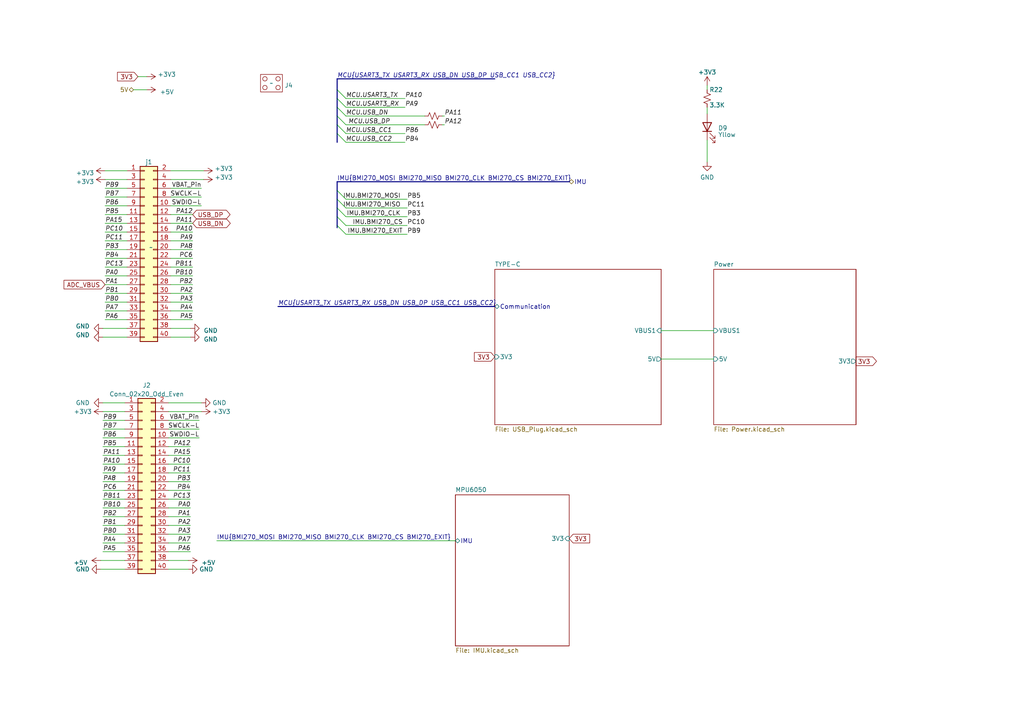
<source format=kicad_sch>
(kicad_sch (version 20230121) (generator eeschema)
  (paper "A4")
  (lib_symbols
    (symbol "BTB_0.8_2X20P_1"
      (property "Reference" "j" (at -1.905 23.495 0))
      (symbol "BTB_0.8_2X20P_1_1_1"
        (rectangle (start -2.54 -27.813) (end -1.27 -28.067) (stroke (width 0.1524)))
        (rectangle (start -2.54 -25.273) (end -1.27 -25.527) (stroke (width 0.1524)))
        (rectangle (start -2.54 -22.733) (end -1.27 -22.987) (stroke (width 0.1524)))
        (rectangle (start -2.54 -20.193) (end -1.27 -20.447) (stroke (width 0.1524)))
        (rectangle (start -2.54 -17.653) (end -1.27 -17.907) (stroke (width 0.1524)))
        (rectangle (start -2.54 -15.113) (end -1.27 -15.367) (stroke (width 0.1524)))
        (rectangle (start -2.54 -12.573) (end -1.27 -12.827) (stroke (width 0.1524)))
        (rectangle (start -2.54 -10.033) (end -1.27 -10.287) (stroke (width 0.1524)))
        (rectangle (start -2.54 -7.493) (end -1.27 -7.747) (stroke (width 0.1524)))
        (rectangle (start -2.54 -4.953) (end -1.27 -5.207) (stroke (width 0.1524)))
        (rectangle (start -2.54 -2.413) (end -1.27 -2.667) (stroke (width 0.1524)))
        (rectangle (start -2.54 0.127) (end -1.27 -0.127) (stroke (width 0.1524)))
        (rectangle (start -2.54 2.667) (end -1.27 2.413) (stroke (width 0.1524)))
        (rectangle (start -2.54 5.207) (end -1.27 4.953) (stroke (width 0.1524)))
        (rectangle (start -2.54 7.747) (end -1.27 7.493) (stroke (width 0.1524)))
        (rectangle (start -2.54 10.287) (end -1.27 10.033) (stroke (width 0.1524)))
        (rectangle (start -2.54 12.827) (end -1.27 12.573) (stroke (width 0.1524)))
        (rectangle (start -2.54 15.367) (end -1.27 15.113) (stroke (width 0.1524)))
        (rectangle (start -2.54 17.907) (end -1.27 17.653) (stroke (width 0.1524)))
        (rectangle (start -2.54 20.447) (end -1.27 20.193) (stroke (width 0.1524)))
        (rectangle (start -2.54 21.59) (end 2.54 -29.21) (stroke (width 0.254)) (fill (type background)))
        (rectangle (start 2.54 -27.813) (end 1.27 -28.067) (stroke (width 0.1524)))
        (rectangle (start 2.54 -25.273) (end 1.27 -25.527) (stroke (width 0.1524)))
        (rectangle (start 2.54 -22.733) (end 1.27 -22.987) (stroke (width 0.1524)))
        (rectangle (start 2.54 -20.193) (end 1.27 -20.447) (stroke (width 0.1524)))
        (rectangle (start 2.54 -17.653) (end 1.27 -17.907) (stroke (width 0.1524)))
        (rectangle (start 2.54 -15.113) (end 1.27 -15.367) (stroke (width 0.1524)))
        (rectangle (start 2.54 -12.573) (end 1.27 -12.827) (stroke (width 0.1524)))
        (rectangle (start 2.54 -10.033) (end 1.27 -10.287) (stroke (width 0.1524)))
        (rectangle (start 2.54 -7.493) (end 1.27 -7.747) (stroke (width 0.1524)))
        (rectangle (start 2.54 -4.953) (end 1.27 -5.207) (stroke (width 0.1524)))
        (rectangle (start 2.54 -2.413) (end 1.27 -2.667) (stroke (width 0.1524)))
        (rectangle (start 2.54 0.127) (end 1.27 -0.127) (stroke (width 0.1524)))
        (rectangle (start 2.54 2.667) (end 1.27 2.413) (stroke (width 0.1524)))
        (rectangle (start 2.54 5.207) (end 1.27 4.953) (stroke (width 0.1524)))
        (rectangle (start 2.54 7.747) (end 1.27 7.493) (stroke (width 0.1524)))
        (rectangle (start 2.54 10.287) (end 1.27 10.033) (stroke (width 0.1524)))
        (rectangle (start 2.54 12.827) (end 1.27 12.573) (stroke (width 0.1524)))
        (rectangle (start 2.54 15.367) (end 1.27 15.113) (stroke (width 0.1524)))
        (rectangle (start 2.54 17.907) (end 1.27 17.653) (stroke (width 0.1524)))
        (rectangle (start 2.54 20.447) (end 1.27 20.193) (stroke (width 0.1524)))
        (pin passive line (at -6.35 20.32 0) (length 3.81) (name "") (number "1"))
        (pin passive line (at 6.35 10.16 180) (length 3.81) (name "") (number "10"))
        (pin passive line (at -6.35 7.62 0) (length 3.81) (name "") (number "11"))
        (pin passive line (at 6.35 7.62 180) (length 3.81) (name "") (number "12"))
        (pin passive line (at -6.35 5.08 0) (length 3.81) (name "") (number "13"))
        (pin passive line (at 6.35 5.08 180) (length 3.81) (name "") (number "14"))
        (pin passive line (at -6.35 2.54 0) (length 3.81) (name "") (number "15"))
        (pin passive line (at 6.35 2.54 180) (length 3.81) (name "") (number "16"))
        (pin passive line (at -6.35 0 0) (length 3.81) (name "") (number "17"))
        (pin passive line (at 6.35 0 180) (length 3.81) (name "") (number "18"))
        (pin passive line (at -6.35 -2.54 0) (length 3.81) (name "") (number "19"))
        (pin passive line (at 6.35 20.32 180) (length 3.81) (name "") (number "2"))
        (pin passive line (at 6.35 -2.54 180) (length 3.81) (name "") (number "20"))
        (pin passive line (at -6.35 -5.08 0) (length 3.81) (name "") (number "21"))
        (pin passive line (at 6.35 -5.08 180) (length 3.81) (name "") (number "22"))
        (pin passive line (at -6.35 -7.62 0) (length 3.81) (name "") (number "23"))
        (pin passive line (at 6.35 -7.62 180) (length 3.81) (name "") (number "24"))
        (pin passive line (at -6.35 -10.16 0) (length 3.81) (name "") (number "25"))
        (pin passive line (at 6.35 -10.16 180) (length 3.81) (name "") (number "26"))
        (pin passive line (at -6.35 -12.7 0) (length 3.81) (name "") (number "27"))
        (pin passive line (at 6.35 -12.7 180) (length 3.81) (name "") (number "28"))
        (pin passive line (at -6.35 -15.24 0) (length 3.81) (name "") (number "29"))
        (pin passive line (at -6.35 17.78 0) (length 3.81) (name "") (number "3"))
        (pin passive line (at 6.35 -15.24 180) (length 3.81) (name "") (number "30"))
        (pin passive line (at -6.35 -17.78 0) (length 3.81) (name "") (number "31"))
        (pin passive line (at 6.35 -17.78 180) (length 3.81) (name "") (number "32"))
        (pin passive line (at -6.35 -20.32 0) (length 3.81) (name "") (number "33"))
        (pin passive line (at 6.35 -20.32 180) (length 3.81) (name "") (number "34"))
        (pin passive line (at -6.35 -22.86 0) (length 3.81) (name "") (number "35"))
        (pin passive line (at 6.35 -22.86 180) (length 3.81) (name "") (number "36"))
        (pin passive line (at -6.35 -25.4 0) (length 3.81) (name "") (number "37"))
        (pin passive line (at 6.35 -25.4 180) (length 3.81) (name "") (number "38"))
        (pin passive line (at -6.35 -27.94 0) (length 3.81) (name "") (number "39"))
        (pin passive line (at 6.35 17.78 180) (length 3.81) (name "") (number "4"))
        (pin passive line (at 6.35 -27.94 180) (length 3.81) (name "") (number "40"))
        (pin passive line (at -6.35 15.24 0) (length 3.81) (name "") (number "5"))
        (pin passive line (at 6.35 15.24 180) (length 3.81) (name "") (number "6"))
        (pin passive line (at -6.35 12.7 0) (length 3.81) (name "") (number "7"))
        (pin passive line (at 6.35 12.7 180) (length 3.81) (name "") (number "8"))
        (pin passive line (at -6.35 10.16 0) (length 3.81) (name "") (number "9"))
      )
    )
    (symbol "Connector_Generic:Conn_02x20_Odd_Even" (pin_names (offset 1.016) hide)
      (property "Reference" "J" (at 1.27 25.4 0))
      (property "Value" "Conn_02x20_Odd_Even" (at 1.27 -27.94 0))
      (symbol "Conn_02x20_Odd_Even_1_1"
        (rectangle (start -1.27 -25.273) (end 0 -25.527) (stroke (width 0.1524)))
        (rectangle (start -1.27 -22.733) (end 0 -22.987) (stroke (width 0.1524)))
        (rectangle (start -1.27 -20.193) (end 0 -20.447) (stroke (width 0.1524)))
        (rectangle (start -1.27 -17.653) (end 0 -17.907) (stroke (width 0.1524)))
        (rectangle (start -1.27 -15.113) (end 0 -15.367) (stroke (width 0.1524)))
        (rectangle (start -1.27 -12.573) (end 0 -12.827) (stroke (width 0.1524)))
        (rectangle (start -1.27 -10.033) (end 0 -10.287) (stroke (width 0.1524)))
        (rectangle (start -1.27 -7.493) (end 0 -7.747) (stroke (width 0.1524)))
        (rectangle (start -1.27 -4.953) (end 0 -5.207) (stroke (width 0.1524)))
        (rectangle (start -1.27 -2.413) (end 0 -2.667) (stroke (width 0.1524)))
        (rectangle (start -1.27 0.127) (end 0 -0.127) (stroke (width 0.1524)))
        (rectangle (start -1.27 2.667) (end 0 2.413) (stroke (width 0.1524)))
        (rectangle (start -1.27 5.207) (end 0 4.953) (stroke (width 0.1524)))
        (rectangle (start -1.27 7.747) (end 0 7.493) (stroke (width 0.1524)))
        (rectangle (start -1.27 10.287) (end 0 10.033) (stroke (width 0.1524)))
        (rectangle (start -1.27 12.827) (end 0 12.573) (stroke (width 0.1524)))
        (rectangle (start -1.27 15.367) (end 0 15.113) (stroke (width 0.1524)))
        (rectangle (start -1.27 17.907) (end 0 17.653) (stroke (width 0.1524)))
        (rectangle (start -1.27 20.447) (end 0 20.193) (stroke (width 0.1524)))
        (rectangle (start -1.27 22.987) (end 0 22.733) (stroke (width 0.1524)))
        (rectangle (start -1.27 24.13) (end 3.81 -26.67) (stroke (width 0.254)) (fill (type background)))
        (rectangle (start 3.81 -25.273) (end 2.54 -25.527) (stroke (width 0.1524)))
        (rectangle (start 3.81 -22.733) (end 2.54 -22.987) (stroke (width 0.1524)))
        (rectangle (start 3.81 -20.193) (end 2.54 -20.447) (stroke (width 0.1524)))
        (rectangle (start 3.81 -17.653) (end 2.54 -17.907) (stroke (width 0.1524)))
        (rectangle (start 3.81 -15.113) (end 2.54 -15.367) (stroke (width 0.1524)))
        (rectangle (start 3.81 -12.573) (end 2.54 -12.827) (stroke (width 0.1524)))
        (rectangle (start 3.81 -10.033) (end 2.54 -10.287) (stroke (width 0.1524)))
        (rectangle (start 3.81 -7.493) (end 2.54 -7.747) (stroke (width 0.1524)))
        (rectangle (start 3.81 -4.953) (end 2.54 -5.207) (stroke (width 0.1524)))
        (rectangle (start 3.81 -2.413) (end 2.54 -2.667) (stroke (width 0.1524)))
        (rectangle (start 3.81 0.127) (end 2.54 -0.127) (stroke (width 0.1524)))
        (rectangle (start 3.81 2.667) (end 2.54 2.413) (stroke (width 0.1524)))
        (rectangle (start 3.81 5.207) (end 2.54 4.953) (stroke (width 0.1524)))
        (rectangle (start 3.81 7.747) (end 2.54 7.493) (stroke (width 0.1524)))
        (rectangle (start 3.81 10.287) (end 2.54 10.033) (stroke (width 0.1524)))
        (rectangle (start 3.81 12.827) (end 2.54 12.573) (stroke (width 0.1524)))
        (rectangle (start 3.81 15.367) (end 2.54 15.113) (stroke (width 0.1524)))
        (rectangle (start 3.81 17.907) (end 2.54 17.653) (stroke (width 0.1524)))
        (rectangle (start 3.81 20.447) (end 2.54 20.193) (stroke (width 0.1524)))
        (rectangle (start 3.81 22.987) (end 2.54 22.733) (stroke (width 0.1524)))
        (pin passive line (at -5.08 22.86 0) (length 3.81) (name "Pin_1") (number "1"))
        (pin passive line (at 7.62 12.7 180) (length 3.81) (name "Pin_10") (number "10"))
        (pin passive line (at -5.08 10.16 0) (length 3.81) (name "Pin_11") (number "11"))
        (pin passive line (at 7.62 10.16 180) (length 3.81) (name "Pin_12") (number "12"))
        (pin passive line (at -5.08 7.62 0) (length 3.81) (name "Pin_13") (number "13"))
        (pin passive line (at 7.62 7.62 180) (length 3.81) (name "Pin_14") (number "14"))
        (pin passive line (at -5.08 5.08 0) (length 3.81) (name "Pin_15") (number "15"))
        (pin passive line (at 7.62 5.08 180) (length 3.81) (name "Pin_16") (number "16"))
        (pin passive line (at -5.08 2.54 0) (length 3.81) (name "Pin_17") (number "17"))
        (pin passive line (at 7.62 2.54 180) (length 3.81) (name "Pin_18") (number "18"))
        (pin passive line (at -5.08 0 0) (length 3.81) (name "Pin_19") (number "19"))
        (pin passive line (at 7.62 22.86 180) (length 3.81) (name "Pin_2") (number "2"))
        (pin passive line (at 7.62 0 180) (length 3.81) (name "Pin_20") (number "20"))
        (pin passive line (at -5.08 -2.54 0) (length 3.81) (name "Pin_21") (number "21"))
        (pin passive line (at 7.62 -2.54 180) (length 3.81) (name "Pin_22") (number "22"))
        (pin passive line (at -5.08 -5.08 0) (length 3.81) (name "Pin_23") (number "23"))
        (pin passive line (at 7.62 -5.08 180) (length 3.81) (name "Pin_24") (number "24"))
        (pin passive line (at -5.08 -7.62 0) (length 3.81) (name "Pin_25") (number "25"))
        (pin passive line (at 7.62 -7.62 180) (length 3.81) (name "Pin_26") (number "26"))
        (pin passive line (at -5.08 -10.16 0) (length 3.81) (name "Pin_27") (number "27"))
        (pin passive line (at 7.62 -10.16 180) (length 3.81) (name "Pin_28") (number "28"))
        (pin passive line (at -5.08 -12.7 0) (length 3.81) (name "Pin_29") (number "29"))
        (pin passive line (at -5.08 20.32 0) (length 3.81) (name "Pin_3") (number "3"))
        (pin passive line (at 7.62 -12.7 180) (length 3.81) (name "Pin_30") (number "30"))
        (pin passive line (at -5.08 -15.24 0) (length 3.81) (name "Pin_31") (number "31"))
        (pin passive line (at 7.62 -15.24 180) (length 3.81) (name "Pin_32") (number "32"))
        (pin passive line (at -5.08 -17.78 0) (length 3.81) (name "Pin_33") (number "33"))
        (pin passive line (at 7.62 -17.78 180) (length 3.81) (name "Pin_34") (number "34"))
        (pin passive line (at -5.08 -20.32 0) (length 3.81) (name "Pin_35") (number "35"))
        (pin passive line (at 7.62 -20.32 180) (length 3.81) (name "Pin_36") (number "36"))
        (pin passive line (at -5.08 -22.86 0) (length 3.81) (name "Pin_37") (number "37"))
        (pin passive line (at 7.62 -22.86 180) (length 3.81) (name "Pin_38") (number "38"))
        (pin passive line (at -5.08 -25.4 0) (length 3.81) (name "Pin_39") (number "39"))
        (pin passive line (at 7.62 20.32 180) (length 3.81) (name "Pin_4") (number "4"))
        (pin passive line (at 7.62 -25.4 180) (length 3.81) (name "Pin_40") (number "40"))
        (pin passive line (at -5.08 17.78 0) (length 3.81) (name "Pin_5") (number "5"))
        (pin passive line (at 7.62 17.78 180) (length 3.81) (name "Pin_6") (number "6"))
        (pin passive line (at -5.08 15.24 0) (length 3.81) (name "Pin_7") (number "7"))
        (pin passive line (at 7.62 15.24 180) (length 3.81) (name "Pin_8") (number "8"))
        (pin passive line (at -5.08 12.7 0) (length 3.81) (name "Pin_9") (number "9"))
      )
    )
    (symbol "Device:LED" (pin_numbers hide) (pin_names (offset 1.016) hide)
      (property "Reference" "D" (at 0 2.54 0))
      (property "Value" "LED" (at 0 -2.54 0))
      (symbol "LED_0_1"
        (polyline (pts (xy -1.27 -1.27) (xy -1.27 1.27)) (stroke (width 0.254)))
        (polyline (pts (xy -1.27 0) (xy 1.27 0)))
        (polyline (pts (xy 1.27 -1.27) (xy 1.27 1.27) (xy -1.27 0) (xy 1.27 -1.27)) (stroke (width 0.254)))
        (polyline (pts (xy -3.048 -0.762) (xy -4.572 -2.286) (xy -3.81 -2.286) (xy -4.572 -2.286) (xy -4.572 -1.524)))
        (polyline (pts (xy -1.778 -0.762) (xy -3.302 -2.286) (xy -2.54 -2.286) (xy -3.302 -2.286) (xy -3.302 -1.524)))
      )
      (symbol "LED_1_1"
        (pin passive line (at -3.81 0 0) (length 2.54) (name "K") (number "1"))
        (pin passive line (at 3.81 0 180) (length 2.54) (name "A") (number "2"))
      )
    )
    (symbol "Device:R_Small_US" (pin_numbers hide) (pin_names (offset 0.254) hide)
      (property "Reference" "R" (at 0.762 0.508 0))
      (property "Value" "R_Small_US" (at 0.762 -1.016 0))
      (symbol "R_Small_US_1_1"
        (polyline (pts (xy 0 0) (xy 1.016 -0.381) (xy 0 -0.762) (xy -1.016 -1.143) (xy 0 -1.524)))
        (polyline (pts (xy 0 1.524) (xy 1.016 1.143) (xy 0 0.762) (xy -1.016 0.381) (xy 0 0)))
        (pin passive line (at 0 2.54 270) (length 1.016) (name "~") (number "1"))
        (pin passive line (at 0 -2.54 90) (length 1.016) (name "~") (number "2"))
      )
    )
    (symbol "PCM_4ms_Power-symbol:+5V" (power) (pin_names (offset 0))
      (property "Value" "+5V" (at 0 3.556 0))
      (symbol "+5V_0_1"
        (polyline (pts (xy -0.762 1.27) (xy 0 2.54)))
        (polyline (pts (xy 0 0) (xy 0 2.54)))
        (polyline (pts (xy 0 2.54) (xy 0.762 1.27)))
      )
      (symbol "+5V_1_1"
        (pin power_in line (at 0 0 90) (length 0) hide (name "+5V") (number "1"))
      )
    )
    (symbol "Power_System:Outline"
      (property "Reference" "J" (at 0 0 0))
      (symbol "Outline_0_1"
        (rectangle (start -3.175 2.54) (end 3.175 -2.54))
        (circle (center -1.905 -1.27) (radius 0.635))
        (circle (center -1.905 1.27) (radius 0.635))
        (circle (center 1.905 -1.27) (radius 0.635))
        (circle (center 1.905 1.27) (radius 0.635))
      )
    )
    (symbol "power:+3V3" (power) (pin_names (offset 0))
      (property "Value" "+3V3" (at 0 3.556 0))
      (symbol "+3V3_0_1"
        (polyline (pts (xy -0.762 1.27) (xy 0 2.54)))
        (polyline (pts (xy 0 0) (xy 0 2.54)))
        (polyline (pts (xy 0 2.54) (xy 0.762 1.27)))
      )
      (symbol "+3V3_1_1"
        (pin power_in line (at 0 0 90) (length 0) hide (name "+3V3") (number "1"))
      )
    )
    (symbol "power:GND" (power) (pin_names (offset 0))
      (property "Value" "GND" (at 0 -3.81 0))
      (symbol "GND_0_1"
        (polyline (pts (xy 0 0) (xy 0 -1.27) (xy 1.27 -1.27) (xy 0 -2.54) (xy -1.27 -1.27) (xy 0 -1.27)))
      )
      (symbol "GND_1_1"
        (pin power_in line (at 0 0 270) (length 0) hide (name "GND") (number "1"))
      )
    )
  )
  (bus_entry (at 97.79 65.405) (size 2.54 2.54))
  (bus_entry (at 97.79 33.655) (size 2.54 2.54))
  (bus_entry (at 97.79 26.035) (size 2.54 2.54))
  (bus_entry (at 97.79 28.575) (size 2.54 2.54))
  (bus_entry (at 97.79 36.195) (size 2.54 2.54))
  (bus_entry (at 97.79 57.785) (size 2.54 2.54))
  (bus_entry (at 97.79 38.735) (size 2.54 2.54))
  (bus_entry (at 97.79 62.865) (size 2.54 2.54))
  (bus_entry (at 97.79 55.245) (size 2.54 2.54))
  (bus_entry (at 97.79 31.115) (size 2.54 2.54))
  (bus_entry (at 97.79 60.325) (size 2.54 2.54))
  (wire (pts (xy 205.105 26.035) (xy 205.105 24.765)))
  (wire (pts (xy 57.785 124.46) (xy 48.895 124.46)))
  (wire (pts (xy 30.48 85.09) (xy 36.83 85.09)))
  (wire (pts (xy 29.845 119.38) (xy 36.195 119.38)))
  (wire (pts (xy 29.845 121.92) (xy 36.195 121.92)))
  (wire (pts (xy 100.33 38.735) (xy 117.475 38.735)))
  (wire (pts (xy 30.48 90.17) (xy 36.83 90.17)))
  (wire (pts (xy 49.53 64.77) (xy 55.88 64.77)))
  (wire (pts (xy 100.33 65.405) (xy 118.11 65.405)))
  (wire (pts (xy 29.845 97.79) (xy 36.83 97.79)))
  (wire (pts (xy 58.42 119.38) (xy 48.895 119.38)))
  (wire (pts (xy 36.195 152.4) (xy 29.845 152.4)))
  (wire (pts (xy 29.845 95.25) (xy 36.83 95.25)))
  (wire (pts (xy 36.195 137.16) (xy 29.845 137.16)))
  (wire (pts (xy 55.88 77.47) (xy 49.53 77.47)))
  (wire (pts (xy 36.83 69.85) (xy 30.48 69.85)))
  (wire (pts (xy 100.33 60.325) (xy 118.11 60.325)))
  (wire (pts (xy 38.735 26.035) (xy 42.545 26.035)))
  (wire (pts (xy 191.77 104.14) (xy 207.01 104.14)))
  (wire (pts (xy 205.105 40.64) (xy 205.105 46.99)))
  (wire (pts (xy 30.48 49.53) (xy 36.83 49.53)))
  (bus (pts (xy 97.79 55.245) (xy 97.79 57.785)))
  (bus (pts (xy 97.79 28.575) (xy 97.79 26.035)))
  (wire (pts (xy 55.245 134.62) (xy 48.895 134.62)))
  (wire (pts (xy 55.245 160.02) (xy 48.895 160.02)))
  (wire (pts (xy 49.53 74.93) (xy 55.88 74.93)))
  (wire (pts (xy 59.055 52.07) (xy 49.53 52.07)))
  (wire (pts (xy 42.545 22.225) (xy 40.005 22.225)))
  (wire (pts (xy 30.48 67.31) (xy 36.83 67.31)))
  (wire (pts (xy 58.42 59.69) (xy 49.53 59.69)))
  (wire (pts (xy 30.48 72.39) (xy 36.83 72.39)))
  (wire (pts (xy 48.895 137.16) (xy 55.245 137.16)))
  (wire (pts (xy 54.61 165.1) (xy 48.895 165.1)))
  (wire (pts (xy 36.83 62.23) (xy 30.48 62.23)))
  (bus (pts (xy 97.79 38.735) (xy 97.79 41.275)))
  (bus (pts (xy 97.79 60.325) (xy 97.79 62.865)))
  (bus (pts (xy 97.79 31.115) (xy 97.79 28.575)))
  (bus (pts (xy 97.79 52.705) (xy 165.1 52.705)))
  (bus (pts (xy 97.79 33.655) (xy 97.79 36.195)))
  (wire (pts (xy 30.48 80.01) (xy 36.83 80.01)))
  (wire (pts (xy 29.845 134.62) (xy 36.195 134.62)))
  (bus (pts (xy 80.645 88.9) (xy 143.51 88.9)))
  (wire (pts (xy 58.42 116.84) (xy 48.895 116.84)))
  (wire (pts (xy 48.895 144.78) (xy 55.245 144.78)))
  (wire (pts (xy 191.77 95.885) (xy 207.01 95.885)))
  (wire (pts (xy 58.42 57.15) (xy 49.53 57.15)))
  (wire (pts (xy 48.895 149.86) (xy 55.245 149.86)))
  (bus (pts (xy 97.79 52.705) (xy 97.79 55.245)))
  (bus (pts (xy 97.79 22.86) (xy 143.51 22.86)))
  (wire (pts (xy 48.895 132.08) (xy 55.245 132.08)))
  (wire (pts (xy 100.33 28.575) (xy 117.475 28.575)))
  (wire (pts (xy 36.83 64.77) (xy 30.48 64.77)))
  (wire (pts (xy 36.83 59.69) (xy 30.48 59.69)))
  (bus (pts (xy 97.79 26.035) (xy 97.79 22.86)))
  (wire (pts (xy 55.88 67.31) (xy 49.53 67.31)))
  (bus (pts (xy 97.79 62.865) (xy 97.79 65.405)))
  (wire (pts (xy 205.105 31.115) (xy 205.105 33.02)))
  (wire (pts (xy 30.48 92.71) (xy 36.83 92.71)))
  (wire (pts (xy 55.245 152.4) (xy 48.895 152.4)))
  (wire (pts (xy 36.195 127) (xy 29.845 127)))
  (wire (pts (xy 29.845 116.84) (xy 36.195 116.84)))
  (wire (pts (xy 55.245 154.94) (xy 48.895 154.94)))
  (wire (pts (xy 36.83 82.55) (xy 30.48 82.55)))
  (wire (pts (xy 49.53 85.09) (xy 55.88 85.09)))
  (wire (pts (xy 36.195 142.24) (xy 29.845 142.24)))
  (wire (pts (xy 36.83 77.47) (xy 30.48 77.47)))
  (wire (pts (xy 55.88 62.23) (xy 49.53 62.23)))
  (wire (pts (xy 55.88 82.55) (xy 49.53 82.55)))
  (wire (pts (xy 29.845 157.48) (xy 36.195 157.48)))
  (wire (pts (xy 55.88 72.39) (xy 49.53 72.39)))
  (wire (pts (xy 29.845 144.78) (xy 36.195 144.78)))
  (wire (pts (xy 48.895 142.24) (xy 55.245 142.24)))
  (wire (pts (xy 55.245 139.7) (xy 48.895 139.7)))
  (wire (pts (xy 59.055 49.53) (xy 49.53 49.53)))
  (wire (pts (xy 30.48 87.63) (xy 36.83 87.63)))
  (wire (pts (xy 55.88 92.71) (xy 49.53 92.71)))
  (wire (pts (xy 36.195 129.54) (xy 29.845 129.54)))
  (wire (pts (xy 36.195 147.32) (xy 29.845 147.32)))
  (bus (pts (xy 97.79 57.785) (xy 97.79 60.325)))
  (bus (pts (xy 97.79 33.655) (xy 97.79 31.115)))
  (wire (pts (xy 55.245 97.79) (xy 49.53 97.79)))
  (wire (pts (xy 57.785 127) (xy 48.895 127)))
  (wire (pts (xy 55.88 87.63) (xy 49.53 87.63)))
  (wire (pts (xy 49.53 80.01) (xy 55.88 80.01)))
  (wire (pts (xy 29.845 139.7) (xy 36.195 139.7)))
  (wire (pts (xy 55.245 129.54) (xy 48.895 129.54)))
  (wire (pts (xy 62.865 156.845) (xy 132.08 156.845)))
  (wire (pts (xy 36.195 132.08) (xy 29.845 132.08)))
  (wire (pts (xy 100.33 36.195) (xy 123.19 36.195)))
  (wire (pts (xy 128.905 33.655) (xy 128.27 33.655)))
  (wire (pts (xy 58.42 54.61) (xy 49.53 54.61)))
  (wire (pts (xy 54.61 162.56) (xy 48.895 162.56)))
  (wire (pts (xy 49.53 69.85) (xy 55.88 69.85)))
  (wire (pts (xy 55.88 90.17) (xy 49.53 90.17)))
  (wire (pts (xy 100.33 33.655) (xy 123.19 33.655)))
  (wire (pts (xy 29.845 160.02) (xy 36.195 160.02)))
  (wire (pts (xy 29.845 149.86) (xy 36.195 149.86)))
  (wire (pts (xy 29.845 124.46) (xy 36.195 124.46)))
  (wire (pts (xy 36.83 74.93) (xy 30.48 74.93)))
  (wire (pts (xy 29.21 162.56) (xy 36.195 162.56)))
  (wire (pts (xy 100.33 62.865) (xy 118.11 62.865)))
  (wire (pts (xy 30.48 57.15) (xy 36.83 57.15)))
  (wire (pts (xy 128.905 36.195) (xy 128.27 36.195)))
  (wire (pts (xy 29.21 165.1) (xy 36.195 165.1)))
  (wire (pts (xy 55.245 147.32) (xy 48.895 147.32)))
  (wire (pts (xy 55.245 95.25) (xy 49.53 95.25)))
  (wire (pts (xy 100.33 31.115) (xy 117.475 31.115)))
  (wire (pts (xy 100.33 41.275) (xy 117.475 41.275)))
  (wire (pts (xy 57.785 121.92) (xy 48.895 121.92)))
  (bus (pts (xy 97.79 36.195) (xy 97.79 38.735)))
  (wire (pts (xy 29.845 154.94) (xy 36.195 154.94)))
  (bus (pts (xy 97.79 65.405) (xy 97.79 66.04)))
  (wire (pts (xy 100.33 67.945) (xy 118.11 67.945)))
  (wire (pts (xy 100.33 57.785) (xy 118.11 57.785)))
  (wire (pts (xy 30.48 52.07) (xy 36.83 52.07)))
  (wire (pts (xy 30.48 54.61) (xy 36.83 54.61)))
  (wire (pts (xy 55.245 157.48) (xy 48.895 157.48)))
  (label "PA8" (at 29.845 139.7 0) (effects (font italic)))
  (label "PB1" (at 30.48 85.09 0) (effects (font italic)))
  (label "PA7" (at 55.245 157.48 180) (effects (font italic)))
  (label "IMU{BMI270_MOSI BMI270_MISO BMI270_CLK BMI270_CS BMI270_EXIT}" (at 62.865 156.845 0))
  (label "MCU{USART3_TX USART3_RX USB_DN USB_DP USB_CC1 USB_CC2}" (at 80.645 88.9 0) (effects (font italic)))
  (label "PC6" (at 29.845 142.24 0) (effects (font italic)))
  (label "IMU.BMI270_CLK" (at 116.205 62.865 180))
  (label "PA3" (at 55.245 154.94 180) (effects (font italic)))
  (label "PB3" (at 55.245 139.7 180) (effects (font italic)))
  (label "PA12" (at 55.245 129.54 180) (effects (font italic)))
  (label "MCU.USB_CC1" (at 113.665 38.735 180) (effects (font italic)))
  (label "PA11" (at 29.845 132.08 0) (effects (font italic)))
  (label "PA1" (at 30.48 82.55 0) (effects (font italic)))
  (label "PC13" (at 55.245 144.78 180) (effects (font italic)))
  (label "PB4" (at 30.48 74.93 0) (effects (font italic)))
  (label "PA7" (at 30.48 90.17 0) (effects (font italic)))
  (label "MCU.USB_CC2" (at 113.665 41.275 180) (effects (font italic)))
  (label "PA6" (at 30.48 92.71 0) (effects (font italic)))
  (label "PB5" (at 29.845 129.54 0) (effects (font italic)))
  (label "PA9" (at 117.475 31.115 0) (effects (font italic)))
  (label "PB11" (at 55.88 77.47 180) (effects (font italic)))
  (label "PB1" (at 29.845 152.4 0) (effects (font italic)))
  (label "PB2" (at 55.88 82.55 180) (effects (font italic)))
  (label "PC11" (at 30.48 69.85 0) (effects (font italic)))
  (label "MCU.USB_DN" (at 100.33 33.655 0) (effects (font italic)))
  (label "PC10" (at 55.245 134.62 180) (effects (font italic)))
  (label "IMU.BMI270_MOSI" (at 116.205 57.785 180))
  (label "PB4" (at 117.475 41.275 0) (effects (font italic)))
  (label "PA12" (at 55.88 62.23 180) (effects (font italic)))
  (label "PA4" (at 29.845 157.48 0) (effects (font italic)))
  (label "PA4" (at 55.88 90.17 180) (effects (font italic)))
  (label "PB2" (at 29.845 149.86 0) (effects (font italic)))
  (label "PC13" (at 30.48 77.47 0) (effects (font italic)))
  (label "VBAT_Pin" (at 58.42 54.61 180))
  (label "PA9" (at 55.88 69.85 180) (effects (font italic)))
  (label "SWDIO-L" (at 58.42 59.69 180))
  (label "MCU.USART3_TX" (at 100.33 28.575 0) (effects (font italic)))
  (label "MCU{USART3_TX USART3_RX USB_DN USB_DP USB_CC1 USB_CC2}" (at 97.79 22.86 0) (effects (font italic)))
  (label "PA11" (at 128.905 33.655 0) (effects (font italic)))
  (label "PB9" (at 29.845 121.92 0) (effects (font italic)))
  (label "PC10" (at 118.11 65.405 0))
  (label "PB6" (at 29.845 127 0) (effects (font italic)))
  (label "PA0" (at 30.48 80.01 0) (effects (font italic)))
  (label "PB0" (at 30.48 87.63 0) (effects (font italic)))
  (label "VBAT_Pin" (at 57.785 121.92 180))
  (label "PC11" (at 118.11 60.325 0))
  (label "PA15" (at 30.48 64.77 0) (effects (font italic)))
  (label "PA2" (at 55.245 152.4 180) (effects (font italic)))
  (label "PB7" (at 29.845 124.46 0) (effects (font italic)))
  (label "PA10" (at 117.475 28.575 0) (effects (font italic)))
  (label "PB10" (at 29.845 147.32 0) (effects (font italic)))
  (label "PA9" (at 29.845 137.16 0) (effects (font italic)))
  (label "PB6" (at 30.48 59.69 0) (effects (font italic)))
  (label "PB10" (at 55.88 80.01 180) (effects (font italic)))
  (label "PA5" (at 55.88 92.71 180) (effects (font italic)))
  (label "PC10" (at 30.48 67.31 0) (effects (font italic)))
  (label "PB5" (at 30.48 62.23 0) (effects (font italic)))
  (label "PA10" (at 55.88 67.31 180) (effects (font italic)))
  (label "PA1" (at 55.245 149.86 180) (effects (font italic)))
  (label "IMU.BMI270_EXIT" (at 116.84 67.945 180))
  (label "PA12" (at 128.905 36.195 0) (effects (font italic)))
  (label "PC11" (at 55.245 137.16 180) (effects (font italic)))
  (label "PB0" (at 29.845 154.94 0) (effects (font italic)))
  (label "IMU.BMI270_CS" (at 116.84 65.405 180))
  (label "PA11" (at 55.88 64.77 180) (effects (font italic)))
  (label "SWDIO-L" (at 57.785 127 180))
  (label "PB4" (at 55.245 142.24 180) (effects (font italic)))
  (label "PA2" (at 55.88 85.09 180) (effects (font italic)))
  (label "MCU.USART3_RX" (at 100.33 31.115 0) (effects (font italic)))
  (label "PA8" (at 55.88 72.39 180) (effects (font italic)))
  (label "PB7" (at 30.48 57.15 0) (effects (font italic)))
  (label "IMU{BMI270_MOSI BMI270_MISO BMI270_CLK BMI270_CS BMI270_EXIT}" (at 97.79 52.705 0))
  (label "PB11" (at 29.845 144.78 0) (effects (font italic)))
  (label "MCU.USB_DP" (at 100.965 36.195 0) (effects (font italic)))
  (label "PB3" (at 30.48 72.39 0) (effects (font italic)))
  (label "PB9" (at 30.48 54.61 0) (effects (font italic)))
  (label "SWCLK-L" (at 58.42 57.15 180))
  (label "PA15" (at 55.245 132.08 180) (effects (font italic)))
  (label "PB9" (at 118.11 67.945 0))
  (label "PC6" (at 55.88 74.93 180) (effects (font italic)))
  (label "PA0" (at 55.245 147.32 180) (effects (font italic)))
  (label "IMU.BMI270_MISO" (at 116.205 60.325 180))
  (label "PB3" (at 118.11 62.865 0))
  (label "PA3" (at 55.88 87.63 180) (effects (font italic)))
  (label "PB5" (at 118.11 57.785 0))
  (label "PA10" (at 29.845 134.62 0) (effects (font italic)))
  (label "PA5" (at 29.845 160.02 0) (effects (font italic)))
  (label "SWCLK-L" (at 57.785 124.46 180))
  (label "PB6" (at 117.475 38.735 0) (effects (font italic)))
  (label "PA6" (at 55.245 160.02 180) (effects (font italic)))
  (global_label "3V3" (shape output) (at 248.285 104.775 0) (property "Intersheetrefs" "${INTERSHEET_REFS}" (effects hide)))
  (global_label "USB_DN" (shape bidirectional) (at 55.88 64.77 0) (property "Intersheetrefs" "${INTERSHEET_REFS}" (effects hide)))
  (global_label "ADC_VBUS" (shape input) (at 30.48 82.55 180) (property "Intersheetrefs" "${INTERSHEET_REFS}" (effects hide)))
  (global_label "3V3" (shape input) (at 143.51 103.505 180) (property "Intersheetrefs" "${INTERSHEET_REFS}" (effects hide)))
  (global_label "USB_DP" (shape bidirectional) (at 55.88 62.23 0) (property "Intersheetrefs" "${INTERSHEET_REFS}" (effects hide)))
  (global_label "3V3" (shape input) (at 40.005 22.225 180) (property "Intersheetrefs" "${INTERSHEET_REFS}" (effects hide)))
  (global_label "3V3" (shape input) (at 165.1 156.21 0) (property "Intersheetrefs" "${INTERSHEET_REFS}" (effects hide)))
  (hierarchical_label "IMU" (shape bidirectional) (at 165.1 52.705 0))
  (hierarchical_label "5V" (shape bidirectional) (at 38.735 26.035 180))
  (symbol (lib_id "power:GND") (at 55.245 97.79 90) (unit 1)
    (property "Reference" "#PWR08" (effects hide))
    (property "Value" "GND" (at 59.055 98.425 90) (effects (justify right)))
  )
  (symbol (lib_id "power:+3V3") (at 58.42 119.38 270) (unit 1)
    (property "Reference" "#PWR050" (effects hide))
    (property "Value" "+3V3" (at 61.595 119.38 90) (effects (justify left)))
  )
  (symbol (lib_id "power:GND") (at 58.42 116.84 90) (unit 1)
    (property "Reference" "#PWR049" (effects hide))
    (property "Value" "GND" (at 61.595 116.84 90) (effects (justify right)))
  )
  (symbol (lib_id "power:+3V3") (at 30.48 49.53 90) (unit 1)
    (property "Reference" "#PWR01" (effects hide))
    (property "Value" "+3V3" (at 27.305 50.165 90) (effects (justify left)))
  )
  (symbol (lib_id "Device:LED") (at 205.105 36.83 90) (unit 1)
    (property "Reference" "D9" (at 208.28 37.1474 90) (effects (justify right)))
    (property "Value" "Yllow" (at 208.28 39.0524 90) (effects (justify right)))
    (property "Footprint" "LED_SMD:LED_0402_1005Metric_Pad0.77x0.64mm_HandSolder" (effects hide))
  )
  (symbol (lib_id "Power_System:Outline") (at 78.74 24.13 0) (unit 1)
    (property "Reference" "J4" (at 82.55 24.765 0) (effects (justify left)))
    (property "Value" "~" (at 78.74 24.13 0))
    (property "Footprint" "Power_System:Afflatus-outline" (effects hide))
  )
  (symbol (lib_name "BTB_0.8_2X20P_1") (lib_id "Power_System:BTB_0.8_2X20P") (at 43.18 69.85 0) (unit 1)
    (property "Reference" "j1" (at 43.18 46.99 0))
    (property "Value" "~" (at 43.815 71.755 0))
    (property "Footprint" "Power_System:BTB_0.8_2X20P_M" (effects hide))
  )
  (symbol (lib_id "power:GND") (at 54.61 165.1 90) (unit 1)
    (property "Reference" "#PWR052" (effects hide))
    (property "Value" "GND" (at 57.785 165.1 90) (effects (justify right)))
  )
  (symbol (lib_id "Device:R_Small_US") (at 125.73 33.655 90) (unit 1)
    (property "Reference" "R20" (effects hide))
    (property "Value" "22R" (effects hide))
    (property "Footprint" "Resistor_SMD:R_0402_1005Metric" (effects hide))
  )
  (symbol (lib_id "power:GND") (at 29.845 97.79 270) (unit 1)
    (property "Reference" "#PWR07" (effects hide))
    (property "Value" "GND" (at 26.035 97.155 90) (effects (justify right)))
  )
  (symbol (lib_id "power:GND") (at 55.245 95.25 90) (unit 1)
    (property "Reference" "#PWR06" (effects hide))
    (property "Value" "GND" (at 59.055 95.885 90) (effects (justify right)))
  )
  (symbol (lib_id "power:+3V3") (at 59.055 49.53 270) (unit 1)
    (property "Reference" "#PWR02" (effects hide))
    (property "Value" "+3V3" (at 62.23 48.895 90) (effects (justify left)))
  )
  (symbol (lib_id "PCM_4ms_Power-symbol:+5V") (at 54.61 162.56 270) (unit 1)
    (property "Reference" "#PWR051" (effects hide))
    (property "Value" "+5V" (at 58.42 163.195 90) (effects (justify left)))
  )
  (symbol (lib_id "PCM_4ms_Power-symbol:+5V") (at 42.545 26.035 270) (unit 1)
    (property "Reference" "#PWR056" (effects hide))
    (property "Value" "+5V" (at 46.355 26.67 90) (effects (justify left)))
  )
  (symbol (lib_id "power:+3V3") (at 42.545 22.225 270) (unit 1)
    (property "Reference" "#PWR043" (effects hide))
    (property "Value" "+3V3" (at 45.72 21.59 90) (effects (justify left)))
  )
  (symbol (lib_id "power:GND") (at 29.845 116.84 270) (unit 1)
    (property "Reference" "#PWR045" (effects hide))
    (property "Value" "GND" (at 26.035 116.84 90) (effects (justify right)))
  )
  (symbol (lib_id "power:GND") (at 205.105 46.99 0) (unit 1)
    (property "Reference" "#PWR054" (effects hide))
    (property "Value" "GND" (at 205.105 51.435 0))
  )
  (symbol (lib_id "power:+3V3") (at 205.105 24.765 0) (unit 1)
    (property "Reference" "#PWR053" (effects hide))
    (property "Value" "+3V3" (at 205.105 20.955 0))
  )
  (symbol (lib_id "Connector_Generic:Conn_02x20_Odd_Even") (at 41.275 139.7 0) (unit 1)
    (property "Reference" "J2" (at 42.545 111.76 0))
    (property "Value" "Conn_02x20_Odd_Even" (at 42.545 114.3 0))
    (property "Footprint" "Connector_PinHeader_2.54mm:PinHeader_2x20_P2.54mm_Vertical_SMD" (effects hide))
  )
  (symbol (lib_id "PCM_4ms_Power-symbol:+5V") (at 29.21 162.56 90) (unit 1)
    (property "Reference" "#PWR047" (effects hide))
    (property "Value" "+5V" (at 25.4 163.195 90) (effects (justify left)))
  )
  (symbol (lib_id "Device:R_Small_US") (at 205.105 28.575 0) (unit 1)
    (property "Reference" "R22" (at 205.74 26.035 0) (effects (justify left)))
    (property "Value" "3.3K" (at 205.74 30.48 0) (effects (justify left)))
    (property "Footprint" "Resistor_SMD:R_0402_1005Metric" (effects hide))
  )
  (symbol (lib_id "power:+3V3") (at 30.48 52.07 90) (unit 1)
    (property "Reference" "#PWR03" (effects hide))
    (property "Value" "+3V3" (at 27.305 52.705 90) (effects (justify left)))
  )
  (symbol (lib_id "power:GND") (at 29.845 95.25 270) (unit 1)
    (property "Reference" "#PWR05" (effects hide))
    (property "Value" "GND" (at 26.035 94.615 90) (effects (justify right)))
  )
  (symbol (lib_id "power:GND") (at 29.21 165.1 270) (unit 1)
    (property "Reference" "#PWR048" (effects hide))
    (property "Value" "GND" (at 26.035 165.1 90) (effects (justify right)))
  )
  (symbol (lib_id "power:+3V3") (at 59.055 52.07 270) (unit 1)
    (property "Reference" "#PWR04" (effects hide))
    (property "Value" "+3V3" (at 62.23 51.435 90) (effects (justify left)))
  )
  (symbol (lib_id "Device:R_Small_US") (at 125.73 36.195 90) (unit 1)
    (property "Reference" "R21" (effects hide))
    (property "Value" "22R" (effects hide))
    (property "Footprint" "Resistor_SMD:R_0402_1005Metric" (effects hide))
  )
  (symbol (lib_id "power:+3V3") (at 29.845 119.38 90) (unit 1)
    (property "Reference" "#PWR046" (effects hide))
    (property "Value" "+3V3" (at 26.67 119.38 90) (effects (justify left)))
  )
  (sheet (at 132.08 143.51) (size 33.02 43.815) (stroke (width 0.1524))
    (property "Sheetname" "MPU6050" (at 132.08 142.7984 0) (effects (justify left bottom)))
    (property "Sheetfile" "IMU.kicad_sch" (at 132.08 187.9096 0) (effects (justify left top)))
    (pin "3V3" input (at 165.1 156.21 0))
    (pin "IMU" bidirectional (at 132.08 156.845 180))
  )
  (sheet (at 143.51 78.105) (size 48.26 45.085) (stroke (width 0.1524))
    (property "Sheetname" "TYPE-C" (at 143.51 77.3934 0) (effects (justify left bottom)))
    (property "Sheetfile" "USB_Plug.kicad_sch" (at 143.51 123.7746 0) (effects (justify left top)))
    (pin "Communication" bidirectional (at 143.51 88.9 180))
    (pin "3V3" input (at 143.51 103.505 180))
    (pin "5V" output (at 191.77 104.14 0))
    (pin "VBUS1" input (at 191.77 95.885 0))
  )
  (sheet (at 207.01 78.105) (size 41.275 45.085) (stroke (width 0.1524))
    (property "Sheetname" "Power" (at 207.01 77.3934 0) (effects (justify left bottom)))
    (property "Sheetfile" "Power.kicad_sch" (at 207.01 123.7746 0) (effects (justify left top)))
    (pin "VBUS1" input (at 207.01 95.885 180))
    (pin "3V3" output (at 248.285 104.775 0))
    (pin "5V" input (at 207.01 104.14 180))
  )
)
</source>
